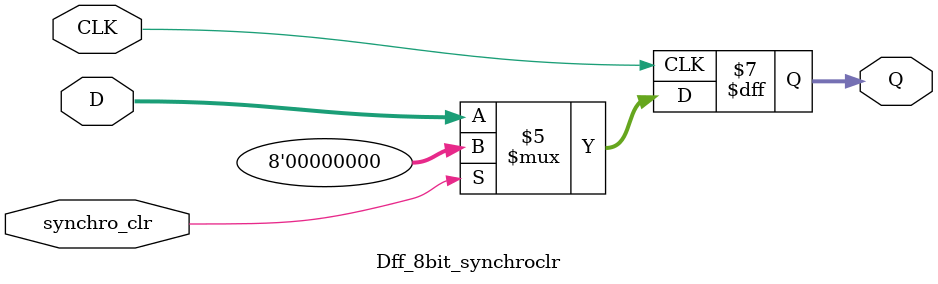
<source format=v>
`timescale 1ns / 1ps

module Dff_8bit_synchroclr(D,CLK,synchro_clr,Q);
input [7:0]D; 
input CLK,synchro_clr;
output [7:0]Q;
reg [7:0]Q;
always @(negedge CLK)
 begin
  if(!CLK)
   if(!synchro_clr)
    Q = D;
   else
	 Q = 0;
 end
endmodule

</source>
